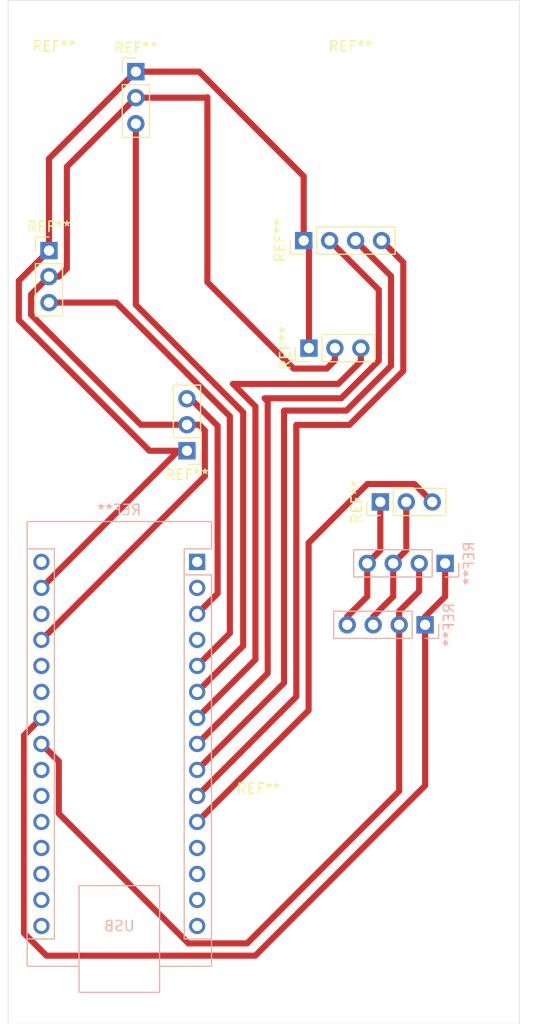
<source format=kicad_pcb>
(kicad_pcb (version 20241229) (generator "pcbnew") (generator_version "9.0")
  (layers (0 "F.Cu" signal) (2 "B.Cu" signal) (13 "F.Paste" user) (15 "B.Paste" user) (5 "F.SilkS" user "F.Silkscreen") (7 "B.SilkS" user "B.Silkscreen") (1 "F.Mask" user) (3 "B.Mask" user) (25 "Edge.Cuts" user))
  (net 0 "")
  (net 1 "GND")
  (net 2 "5V")
  (net 3 "RESET")
  (net 4 "BUTTON")
  (net 5 "MOSFET")
  (net 6 "A4_SDA")
  (net 7 "A5_SCL")
  (net 8 "ARDUINO_VIN")
  (net 9 "D9_Noise")
  (net 10 "R")
  (net 11 "G")
  (net 12 "B")
  (net 13 "Hum")
  (net 14 "Noise")
  (footprint "MountingHole:MountingHole_3mm" (layer "F.Cu") (at 54.5 28.5)
    (property "Reference" "REF**" (at 0 -4 0) (layer "F.SilkS"))
    (property "Value" "Hole3mm")
    (pad "" np_thru_hole circle (at 0 0) (size 3 3) (drill 3) (layers "*.Cu" "*.Mask"))
  )
  (footprint "Connector_PinHeader_2.54mm:PinHeader_1x03_P2.54mm_Vertical" (layer "F.Cu") (at 62.5 26.975)
    (property "Reference" "REF**" (at 0 -2.33 0) (layer "F.SilkS"))
    (property "Value" "MOSFET")
    (fp_line (start -1.33 -1.33) (end 0 -1.33) (stroke (width 0.12)) (layer "F.SilkS"))
    (fp_line (start -1.33 0) (end -1.33 -1.33) (stroke (width 0.12)) (layer "F.SilkS"))
    (fp_line (start -1.33 1.27) (end -1.33 6.41) (stroke (width 0.12)) (layer "F.SilkS"))
    (fp_line (start -1.33 1.27) (end 1.33 1.27) (stroke (width 0.12)) (layer "F.SilkS"))
    (fp_line (start -1.33 6.41) (end 1.33 6.41) (stroke (width 0.12)) (layer "F.SilkS"))
    (fp_line (start 1.33 1.27) (end 1.33 6.41) (stroke (width 0.12)) (layer "F.SilkS"))
    (pad "GND" thru_hole rect (at 0 0) (size 1.7 1.7) (drill 1) (layers "*.Cu" "*.Mask") (net 1 "GND"))
    (pad "S" thru_hole oval (at 0 5.08) (size 1.7 1.7) (drill 1) (layers "*.Cu" "*.Mask") (net 5 "MOSFET"))
    (pad "VCC" thru_hole oval (at 0 2.54) (size 1.7 1.7) (drill 1) (layers "*.Cu" "*.Mask") (net 2 "5V"))
  )
  (footprint "Connector_PinHeader_2.54mm:PinHeader_1x04_P2.54mm_Vertical" (layer "F.Cu") (at 78.92 43.475 90)
    (property "Reference" "REF**" (at 0 -2.33 90) (layer "F.SilkS"))
    (property "Value" "Led")
    (fp_line (start -1.33 -1.33) (end 0 -1.33) (stroke (width 0.12)) (layer "F.SilkS"))
    (fp_line (start -1.33 0) (end -1.33 -1.33) (stroke (width 0.12)) (layer "F.SilkS"))
    (fp_line (start 1.33 1.27) (end 1.33 8.95) (stroke (width 0.12)) (layer "F.SilkS"))
    (fp_line (start -1.33 1.27) (end 1.33 1.27) (stroke (width 0.12)) (layer "F.SilkS"))
    (fp_line (start -1.33 1.27) (end -1.33 8.95) (stroke (width 0.12)) (layer "F.SilkS"))
    (fp_line (start -1.33 8.95) (end 1.33 8.95) (stroke (width 0.12)) (layer "F.SilkS"))
    (pad "B" thru_hole oval (at 0 7.62 90) (size 1.7 1.7) (drill 1) (layers "*.Cu" "*.Mask") (net 12 "B"))
    (pad "G" thru_hole oval (at 0 5.08 90) (size 1.7 1.7) (drill 1) (layers "*.Cu" "*.Mask") (net 11 "G"))
    (pad "GND" thru_hole rect (at 0 0 90) (size 1.7 1.7) (drill 1) (layers "*.Cu" "*.Mask") (net 1 "GND"))
    (pad "R" thru_hole oval (at 0 2.54 90) (size 1.7 1.7) (drill 1) (layers "*.Cu" "*.Mask") (net 10 "R"))
  )
  (footprint "MountingHole:MountingHole_3mm" (layer "F.Cu") (at 74.5 101)
    (property "Reference" "REF**" (at 0 -4 0) (layer "F.SilkS"))
    (property "Value" "Hole3mm")
    (pad "" np_thru_hole circle (at 0 0) (size 3 3) (drill 3) (layers "*.Cu" "*.Mask"))
  )
  (footprint "Connector_PinHeader_2.54mm:PinHeader_1x03_P2.54mm_Vertical" (layer "F.Cu") (at 86.42 69 90)
    (property "Reference" "REF**" (at 0 -2.33 90) (layer "F.SilkS"))
    (property "Value" "Noise")
    (fp_line (start -1.33 -1.33) (end 0 -1.33) (stroke (width 0.12)) (layer "F.SilkS"))
    (fp_line (start -1.33 0) (end -1.33 -1.33) (stroke (width 0.12)) (layer "F.SilkS"))
    (fp_line (start 1.33 1.27) (end 1.33 6.41) (stroke (width 0.12)) (layer "F.SilkS"))
    (fp_line (start -1.33 1.27) (end 1.33 1.27) (stroke (width 0.12)) (layer "F.SilkS"))
    (fp_line (start -1.33 1.27) (end -1.33 6.41) (stroke (width 0.12)) (layer "F.SilkS"))
    (fp_line (start -1.33 6.41) (end 1.33 6.41) (stroke (width 0.12)) (layer "F.SilkS"))
    (pad "GND" thru_hole rect (at 0 0 90) (size 1.7 1.7) (drill 1) (layers "*.Cu" "*.Mask") (net 1 "GND"))
    (pad "S" thru_hole oval (at 0 5.08 90) (size 1.7 1.7) (drill 1) (layers "*.Cu" "*.Mask") (net 14 "Noise"))
    (pad "VCC" thru_hole oval (at 0 2.54 90) (size 1.7 1.7) (drill 1) (layers "*.Cu" "*.Mask") (net 2 "5V"))
  )
  (footprint "Connector_PinHeader_2.54mm:PinHeader_1x03_P2.54mm_Vertical" (layer "F.Cu") (at 54 44.45)
    (property "Reference" "REF**" (at 0 -2.33 0) (layer "F.SilkS"))
    (property "Value" "ButtonPause")
    (fp_line (start -1.33 -1.33) (end 0 -1.33) (stroke (width 0.12)) (layer "F.SilkS"))
    (fp_line (start -1.33 0) (end -1.33 -1.33) (stroke (width 0.12)) (layer "F.SilkS"))
    (fp_line (start -1.33 1.27) (end -1.33 6.41) (stroke (width 0.12)) (layer "F.SilkS"))
    (fp_line (start -1.33 1.27) (end 1.33 1.27) (stroke (width 0.12)) (layer "F.SilkS"))
    (fp_line (start -1.33 6.41) (end 1.33 6.41) (stroke (width 0.12)) (layer "F.SilkS"))
    (fp_line (start 1.33 1.27) (end 1.33 6.41) (stroke (width 0.12)) (layer "F.SilkS"))
    (pad "GND" thru_hole rect (at 0 0) (size 1.7 1.7) (drill 1) (layers "*.Cu" "*.Mask") (net 1 "GND"))
    (pad "S" thru_hole oval (at 0 5.08) (size 1.7 1.7) (drill 1) (layers "*.Cu" "*.Mask") (net 4 "BUTTON"))
    (pad "VCC" thru_hole oval (at 0 2.54) (size 1.7 1.7) (drill 1) (layers "*.Cu" "*.Mask") (net 2 "5V"))
  )
  (footprint "MountingHole:MountingHole_3mm" (layer "F.Cu") (at 83.5 28.5)
    (property "Reference" "REF**" (at 0 -4 0) (layer "F.SilkS"))
    (property "Value" "Hole3mm")
    (pad "" np_thru_hole circle (at 0 0) (size 3 3) (drill 3) (layers "*.Cu" "*.Mask"))
  )
  (footprint "Connector_PinHeader_2.54mm:PinHeader_1x03_P2.54mm_Vertical" (layer "F.Cu") (at 79.435 53.975 90)
    (property "Reference" "REF**" (at 0 -2.33 90) (layer "F.SilkS"))
    (property "Value" "Humidity")
    (fp_line (start -1.33 -1.33) (end 0 -1.33) (stroke (width 0.12)) (layer "F.SilkS"))
    (fp_line (start -1.33 0) (end -1.33 -1.33) (stroke (width 0.12)) (layer "F.SilkS"))
    (fp_line (start 1.33 1.27) (end 1.33 6.41) (stroke (width 0.12)) (layer "F.SilkS"))
    (fp_line (start -1.33 1.27) (end 1.33 1.27) (stroke (width 0.12)) (layer "F.SilkS"))
    (fp_line (start -1.33 1.27) (end -1.33 6.41) (stroke (width 0.12)) (layer "F.SilkS"))
    (fp_line (start -1.33 6.41) (end 1.33 6.41) (stroke (width 0.12)) (layer "F.SilkS"))
    (pad "GND" thru_hole rect (at 0 0 90) (size 1.7 1.7) (drill 1) (layers "*.Cu" "*.Mask") (net 1 "GND"))
    (pad "S" thru_hole oval (at 0 5.08 90) (size 1.7 1.7) (drill 1) (layers "*.Cu" "*.Mask") (net 13 "Hum"))
    (pad "VCC" thru_hole oval (at 0 2.54 90) (size 1.7 1.7) (drill 1) (layers "*.Cu" "*.Mask") (net 2 "5V"))
  )
  (footprint "Connector_PinHeader_2.54mm:PinHeader_1x03_P2.54mm_Vertical" (layer "F.Cu") (at 67.5 64 180)
    (property "Reference" "REF**" (at 0 -2.33 0) (layer "F.SilkS"))
    (property "Value" "ButtonReset")
    (fp_line (start 1.33 1.27) (end 1.33 6.41) (stroke (width 0.12)) (layer "F.SilkS"))
    (fp_line (start -1.33 6.41) (end 1.33 6.41) (stroke (width 0.12)) (layer "F.SilkS"))
    (fp_line (start -1.33 1.27) (end 1.33 1.27) (stroke (width 0.12)) (layer "F.SilkS"))
    (fp_line (start -1.33 1.27) (end -1.33 6.41) (stroke (width 0.12)) (layer "F.SilkS"))
    (fp_line (start -1.33 0) (end -1.33 -1.33) (stroke (width 0.12)) (layer "F.SilkS"))
    (fp_line (start -1.33 -1.33) (end 0 -1.33) (stroke (width 0.12)) (layer "F.SilkS"))
    (pad "GND" thru_hole rect (at 0 0 180) (size 1.7 1.7) (drill 1) (layers "*.Cu" "*.Mask") (net 1 "GND"))
    (pad "S" thru_hole oval (at 0 5.08 180) (size 1.7 1.7) (drill 1) (layers "*.Cu" "*.Mask") (net 3 "RESET"))
    (pad "VCC" thru_hole oval (at 0 2.54 180) (size 1.7 1.7) (drill 1) (layers "*.Cu" "*.Mask") (net 2 "5V"))
  )
  (footprint "Module:Arduino_Nano" (layer "B.Cu") (at 68.5 74.855 180)
    (property "Reference" "REF**" (at 7.62 5.08 0) (layer "B.SilkS") (effects (justify mirror)))
    (property "Value" "Arduino_Nano")
    (fp_line (start 16.64 3.94) (end 16.64 -39.5) (stroke (width 0.12)) (layer "B.SilkS"))
    (fp_line (start 16.64 1.27) (end 13.97 1.27) (stroke (width 0.12)) (layer "B.SilkS"))
    (fp_line (start 16.64 -36.83) (end 13.97 -36.83) (stroke (width 0.12)) (layer "B.SilkS"))
    (fp_line (start 13.97 -36.83) (end 13.97 1.27) (stroke (width 0.12)) (layer "B.SilkS"))
    (fp_line (start 11.56 -31.62) (end 3.68 -31.62) (stroke (width 0.12)) (layer "B.SilkS"))
    (fp_line (start 11.56 -39.5) (end 16.64 -39.5) (stroke (width 0.12)) (layer "B.SilkS"))
    (fp_line (start 11.56 -42.04) (end 11.56 -31.62) (stroke (width 0.12)) (layer "B.SilkS"))
    (fp_line (start 3.68 -31.62) (end 3.68 -42.04) (stroke (width 0.12)) (layer "B.SilkS"))
    (fp_line (start 3.68 -39.5) (end -1.4 -39.5) (stroke (width 0.12)) (layer "B.SilkS"))
    (fp_line (start 3.68 -42.04) (end 11.56 -42.04) (stroke (width 0.12)) (layer "B.SilkS"))
    (fp_line (start 1.27 1.27) (end 1.27 -1.27) (stroke (width 0.12)) (layer "B.SilkS"))
    (fp_line (start 1.27 -36.83) (end 1.27 -1.27) (stroke (width 0.12)) (layer "B.SilkS"))
    (fp_line (start -1.4 3.94) (end 16.64 3.94) (stroke (width 0.12)) (layer "B.SilkS"))
    (fp_line (start -1.4 1.27) (end 1.27 1.27) (stroke (width 0.12)) (layer "B.SilkS"))
    (fp_line (start -1.4 1.27) (end -1.4 3.94) (stroke (width 0.12)) (layer "B.SilkS"))
    (fp_line (start -1.4 -1.27) (end 1.27 -1.27) (stroke (width 0.12)) (layer "B.SilkS"))
    (fp_line (start -1.4 -36.83) (end 1.27 -36.83) (stroke (width 0.12)) (layer "B.SilkS"))
    (fp_line (start -1.4 -39.5) (end -1.4 -1.27) (stroke (width 0.12)) (layer "B.SilkS"))
    (fp_text user "USB" (at 7.62 -35.56 0) (layer "B.SilkS") (effects (justify mirror)))
    (pad "1" thru_hole rect (at 0 0 180) (size 1.6 1.6) (drill 1) (layers "*.Cu" "*.Mask"))
    (pad "2" thru_hole oval (at 0 -2.54 180) (size 1.6 1.6) (drill 1) (layers "*.Cu" "*.Mask"))
    (pad "5V" thru_hole oval (at 15.24 -7.62 180) (size 1.6 1.6) (drill 1) (layers "*.Cu" "*.Mask") (net 2 "5V"))
    (pad "15" thru_hole oval (at 0 -35.56 180) (size 1.6 1.6) (drill 1) (layers "*.Cu" "*.Mask"))
    (pad "16" thru_hole oval (at 15.24 -35.56 180) (size 1.6 1.6) (drill 1) (layers "*.Cu" "*.Mask"))
    (pad "17" thru_hole oval (at 15.24 -33.02 180) (size 1.6 1.6) (drill 1) (layers "*.Cu" "*.Mask"))
    (pad "18" thru_hole oval (at 15.24 -30.48 180) (size 1.6 1.6) (drill 1) (layers "*.Cu" "*.Mask"))
    (pad "A0" thru_hole oval (at 15.24 -27.94 180) (size 1.6 1.6) (drill 1) (layers "*.Cu" "*.Mask"))
    (pad "A1" thru_hole oval (at 15.24 -25.4 180) (size 1.6 1.6) (drill 1) (layers "*.Cu" "*.Mask"))
    (pad "A2" thru_hole oval (at 15.24 -22.86 180) (size 1.6 1.6) (drill 1) (layers "*.Cu" "*.Mask"))
    (pad "A3" thru_hole oval (at 15.24 -20.32 180) (size 1.6 1.6) (drill 1) (layers "*.Cu" "*.Mask"))
    (pad "A4" thru_hole oval (at 15.24 -17.78 180) (size 1.6 1.6) (drill 1) (layers "*.Cu" "*.Mask") (net 6 "A4_SDA"))
    (pad "A5" thru_hole oval (at 15.24 -15.24 180) (size 1.6 1.6) (drill 1) (layers "*.Cu" "*.Mask") (net 7 "A5_SCL"))
    (pad "A6" thru_hole oval (at 15.24 -12.7 180) (size 1.6 1.6) (drill 1) (layers "*.Cu" "*.Mask"))
    (pad "A7" thru_hole oval (at 15.24 -10.16 180) (size 1.6 1.6) (drill 1) (layers "*.Cu" "*.Mask"))
    (pad "D2" thru_hole oval (at 0 -10.16 180) (size 1.6 1.6) (drill 1) (layers "*.Cu" "*.Mask") (net 4 "BUTTON"))
    (pad "D3" thru_hole oval (at 0 -12.7 180) (size 1.6 1.6) (drill 1) (layers "*.Cu" "*.Mask") (net 5 "MOSFET"))
    (pad "D4" thru_hole oval (at 0 -15.24 180) (size 1.6 1.6) (drill 1) (layers "*.Cu" "*.Mask") (net 13 "Hum"))
    (pad "D5" thru_hole oval (at 0 -17.78 180) (size 1.6 1.6) (drill 1) (layers "*.Cu" "*.Mask") (net 10 "R"))
    (pad "D6" thru_hole oval (at 0 -20.32 180) (size 1.6 1.6) (drill 1) (layers "*.Cu" "*.Mask") (net 11 "G"))
    (pad "D7" thru_hole oval (at 0 -22.86 180) (size 1.6 1.6) (drill 1) (layers "*.Cu" "*.Mask") (net 12 "B"))
    (pad "D8" thru_hole oval (at 0 -25.4 180) (size 1.6 1.6) (drill 1) (layers "*.Cu" "*.Mask") (net 14 "Noise"))
    (pad "D9" thru_hole oval (at 0 -27.94 180) (size 1.6 1.6) (drill 1) (layers "*.Cu" "*.Mask") (net 9 "D9_Noise"))
    (pad "D10" thru_hole oval (at 0 -30.48 180) (size 1.6 1.6) (drill 1) (layers "*.Cu" "*.Mask"))
    (pad "D11" thru_hole oval (at 0 -33.02 180) (size 1.6 1.6) (drill 1) (layers "*.Cu" "*.Mask"))
    (pad "GND" thru_hole oval (at 0 -7.62 180) (size 1.6 1.6) (drill 1) (layers "*.Cu" "*.Mask") (net 1 "GND"))
    (pad "GND" thru_hole oval (at 15.24 -2.54 180) (size 1.6 1.6) (drill 1) (layers "*.Cu" "*.Mask") (net 1 "GND"))
    (pad "RST" thru_hole oval (at 0 -5.08 180) (size 1.6 1.6) (drill 1) (layers "*.Cu" "*.Mask") (net 3 "RESET"))
    (pad "RST" thru_hole oval (at 15.24 -5.08 180) (size 1.6 1.6) (drill 1) (layers "*.Cu" "*.Mask"))
    (pad "VIN" thru_hole oval (at 15.24 0 180) (size 1.6 1.6) (drill 1) (layers "*.Cu" "*.Mask") (net 8 "ARDUINO_VIN"))
  )
  (footprint "Connector_PinHeader_2.54mm:PinHeader_1x04_P2.54mm_Vertical" (layer "B.Cu") (at 90.8 81 90)
    (property "Reference" "REF**" (at 0 2.33 90) (layer "B.SilkS") (effects (justify mirror)))
    (property "Value" "RTC")
    (fp_line (start 1.33 -8.95) (end -1.33 -8.95) (stroke (width 0.12)) (layer "B.SilkS"))
    (fp_line (start 1.33 -8.95) (end 1.33 -1.27) (stroke (width 0.12)) (layer "B.SilkS"))
    (fp_line (start -1.33 -8.95) (end -1.33 -1.27) (stroke (width 0.12)) (layer "B.SilkS"))
    (fp_line (start 1.33 -1.27) (end -1.33 -1.27) (stroke (width 0.12)) (layer "B.SilkS"))
    (fp_line (start 0 1.33) (end -1.33 1.33) (stroke (width 0.12)) (layer "B.SilkS"))
    (fp_line (start -1.33 1.33) (end -1.33 0) (stroke (width 0.12)) (layer "B.SilkS"))
    (pad "GND" thru_hole oval (at 0 -7.62 90) (size 1.7 1.7) (drill 1) (layers "*.Cu" "*.Mask") (net 1 "GND"))
    (pad "SCL" thru_hole rect (at 0 0 90) (size 1.7 1.7) (drill 1) (layers "*.Cu" "*.Mask") (net 7 "A5_SCL"))
    (pad "SDA" thru_hole oval (at 0 -2.54 90) (size 1.7 1.7) (drill 1) (layers "*.Cu" "*.Mask") (net 6 "A4_SDA"))
    (pad "VCC" thru_hole oval (at 0 -5.08 90) (size 1.7 1.7) (drill 1) (layers "*.Cu" "*.Mask") (net 2 "5V"))
  )
  (footprint "Connector_PinHeader_2.54mm:PinHeader_1x04_P2.54mm_Vertical" (layer "B.Cu") (at 92.76 75 90)
    (property "Reference" "REF**" (at 0 2.33 90) (layer "B.SilkS") (effects (justify mirror)))
    (property "Value" "Display")
    (fp_line (start 1.33 -8.95) (end -1.33 -8.95) (stroke (width 0.12)) (layer "B.SilkS"))
    (fp_line (start 1.33 -8.95) (end 1.33 -1.27) (stroke (width 0.12)) (layer "B.SilkS"))
    (fp_line (start -1.33 -8.95) (end -1.33 -1.27) (stroke (width 0.12)) (layer "B.SilkS"))
    (fp_line (start 1.33 -1.27) (end -1.33 -1.27) (stroke (width 0.12)) (layer "B.SilkS"))
    (fp_line (start 0 1.33) (end -1.33 1.33) (stroke (width 0.12)) (layer "B.SilkS"))
    (fp_line (start -1.33 1.33) (end -1.33 0) (stroke (width 0.12)) (layer "B.SilkS"))
    (pad "GND" thru_hole oval (at 0 -7.62 90) (size 1.7 1.7) (drill 1) (layers "*.Cu" "*.Mask") (net 1 "GND"))
    (pad "SCL" thru_hole rect (at 0 0 90) (size 1.7 1.7) (drill 1) (layers "*.Cu" "*.Mask") (net 7 "A5_SCL"))
    (pad "SDA" thru_hole oval (at 0 -2.54 90) (size 1.7 1.7) (drill 1) (layers "*.Cu" "*.Mask") (net 6 "A4_SDA"))
    (pad "VCC" thru_hole oval (at 0 -5.08 90) (size 1.7 1.7) (drill 1) (layers "*.Cu" "*.Mask") (net 2 "5V"))
  )
  (gr_rect (start 50 20) (end 100 120) (stroke (width 0.05)) (fill no) (layer "Edge.Cuts"))
  (segment (start 79.435 43.99) (end 79.435 53.975) (width 0.6) (layer "F.Cu") (net 1))
  (segment (start 51.05 47.4) (end 51.05 51.222056) (width 0.6) (layer "F.Cu") (net 1))
  (segment (start 85.14 78.24) (end 83.18 80.2) (width 0.6) (layer "F.Cu") (net 1))
  (segment (start 78.92 37.197944) (end 68.697056 26.975) (width 0.6) (layer "F.Cu") (net 1))
  (segment (start 79.5 53.91) (end 79.435 53.975) (width 0.6) (layer "F.Cu") (net 1))
  (segment (start 67.5 64) (end 66.655 64) (width 0.6) (layer "F.Cu") (net 1))
  (segment (start 54 44.45) (end 51.05 47.4) (width 0.6) (layer "F.Cu") (net 1))
  (segment (start 79.435 53.975) (end 79.435 54.45) (width 0.2) (layer "F.Cu") (net 1))
  (segment (start 79.435 54.45) (end 79.38 54.505) (width 0.2) (layer "F.Cu") (net 1))
  (segment (start 86.42 73.72) (end 85.14 75) (width 0.6) (layer "F.Cu") (net 1))
  (segment (start 78.92 43.475) (end 79.435 43.99) (width 0.6) (layer "F.Cu") (net 1))
  (segment (start 78.92 43.475) (end 78.92 37.197944) (width 0.6) (layer "F.Cu") (net 1))
  (segment (start 63.827944 64) (end 67.5 64) (width 0.6) (layer "F.Cu") (net 1))
  (segment (start 85.14 75) (end 85.14 78.24) (width 0.6) (layer "F.Cu") (net 1))
  (segment (start 54 35.475) (end 62.5 26.975) (width 0.6) (layer "F.Cu") (net 1))
  (segment (start 62.5 26.975) (end 62.5 27.055) (width 0.2) (layer "F.Cu") (net 1))
  (segment (start 86.42 69) (end 86.42 73.72) (width 0.6) (layer "F.Cu") (net 1))
  (segment (start 54 44.45) (end 54 35.475) (width 0.6) (layer "F.Cu") (net 1))
  (segment (start 78.92 43.475) (end 79.5 44.055) (width 0.6) (layer "F.Cu") (net 1))
  (segment (start 66.655 64) (end 53.26 77.395) (width 0.6) (layer "F.Cu") (net 1))
  (segment (start 68.697056 26.975) (end 62.5 26.975) (width 0.6) (layer "F.Cu") (net 1))
  (segment (start 83.18 80.2) (end 83.18 81) (width 0.6) (layer "F.Cu") (net 1))
  (segment (start 51.05 51.222056) (end 63.827944 64) (width 0.6) (layer "F.Cu") (net 1))
  (segment (start 54 46.99) (end 52.25 48.74) (width 0.6) (layer "F.Cu") (net 2))
  (segment (start 85.72 80.2) (end 85.72 81) (width 0.6) (layer "F.Cu") (net 2))
  (segment (start 69.5 47.54) (end 69.5 29.475) (width 0.6) (layer "F.Cu") (net 2))
  (segment (start 54.96 46.99) (end 54 46.99) (width 0.6) (layer "F.Cu") (net 2))
  (segment (start 69.25 66.485) (end 53.26 82.475) (width 0.6) (layer "F.Cu") (net 2))
  (segment (start 62.5 29.515) (end 55.75 36.265) (width 0.6) (layer "F.Cu") (net 2))
  (segment (start 69.46 29.515) (end 62.5 29.515) (width 0.6) (layer "F.Cu") (net 2))
  (segment (start 55.75 36.265) (end 55.75 46.2) (width 0.6) (layer "F.Cu") (net 2))
  (segment (start 52.25 48.74) (end 52.25 50.725) (width 0.6) (layer "F.Cu") (net 2))
  (segment (start 67.5 61.46) (end 68.702081 61.46) (width 0.6) (layer "F.Cu") (net 2))
  (segment (start 81.975 55.177081) (end 81.177081 55.975) (width 0.6) (layer "F.Cu") (net 2))
  (segment (start 52.25 50.725) (end 62.985 61.46) (width 0.6) (layer "F.Cu") (net 2))
  (segment (start 55.75 46.2) (end 54.96 46.99) (width 0.6) (layer "F.Cu") (net 2))
  (segment (start 62.985 61.46) (end 67.5 61.46) (width 0.6) (layer "F.Cu") (net 2))
  (segment (start 81.975 53.975) (end 81.975 55.177081) (width 0.6) (layer "F.Cu") (net 2))
  (segment (start 68.702081 61.46) (end 69.25 62.007919) (width 0.6) (layer "F.Cu") (net 2))
  (segment (start 81.177081 55.975) (end 77.935 55.975) (width 0.6) (layer "F.Cu") (net 2))
  (segment (start 88.96 69) (end 88.96 73.72) (width 0.6) (layer "F.Cu") (net 2))
  (segment (start 88.96 73.72) (end 87.68 75) (width 0.6) (layer "F.Cu") (net 2))
  (segment (start 69.25 62.007919) (end 69.25 66.485) (width 0.6) (layer "F.Cu") (net 2))
  (segment (start 69.5 29.475) (end 69.46 29.515) (width 0.6) (layer "F.Cu") (net 2))
  (segment (start 77.935 55.975) (end 69.5 47.54) (width 0.6) (layer "F.Cu") (net 2))
  (segment (start 87.68 75) (end 87.68 78.24) (width 0.6) (layer "F.Cu") (net 2))
  (segment (start 87.68 78.24) (end 85.72 80.2) (width 0.6) (layer "F.Cu") (net 2))
  (segment (start 67.5 58.92) (end 67.5 58.985126) (width 0.6) (layer "F.Cu") (net 3))
  (segment (start 67.924263 58.985126) (end 70.5 61.560863) (width 0.6) (layer "F.Cu") (net 3))
  (segment (start 70.5 77.935) (end 68.5 79.935) (width 0.6) (layer "F.Cu") (net 3))
  (segment (start 67.5 58.985126) (end 67.924263 58.985126) (width 0.6) (layer "F.Cu") (net 3))
  (segment (start 70.5 61.560863) (end 70.5 77.935) (width 0.6) (layer "F.Cu") (net 3))
  (segment (start 71.7 60.645126) (end 71.7 81.815) (width 0.6) (layer "F.Cu") (net 4))
  (segment (start 71.7 81.815) (end 68.5 85.015) (width 0.6) (layer "F.Cu") (net 4))
  (segment (start 54 49.53) (end 60.584874 49.53) (width 0.6) (layer "F.Cu") (net 4))
  (segment (start 60.584874 49.53) (end 71.7 60.645126) (width 0.6) (layer "F.Cu") (net 4))
  (segment (start 62.5 32.055) (end 62.5 49.74807) (width 0.6) (layer "F.Cu") (net 5))
  (segment (start 62.5 49.74807) (end 73 60.24807) (width 0.6) (layer "F.Cu") (net 5))
  (segment (start 73 83.055) (end 68.5 87.555) (width 0.6) (layer "F.Cu") (net 5))
  (segment (start 73 60.24807) (end 73 83.055) (width 0.6) (layer "F.Cu") (net 5))
  (segment (start 73.385 112.115) (end 67.64 112.115) (width 0.6) (layer "F.Cu") (net 6))
  (segment (start 90.22 77.72) (end 88.26 79.68) (width 0.6) (layer "F.Cu") (net 6))
  (segment (start 88.26 97.24) (end 73.385 112.115) (width 0.6) (layer "F.Cu") (net 6))
  (segment (start 54.96 99.435) (end 54.96 94.335) (width 0.6) (layer "F.Cu") (net 6))
  (segment (start 67.64 112.115) (end 54.96 99.435) (width 0.6) (layer "F.Cu") (net 6))
  (segment (start 54.96 94.335) (end 53.26 92.635) (width 0.6) (layer "F.Cu") (net 6))
  (segment (start 88.26 81) (end 88.26 97.24) (width 0.6) (layer "F.Cu") (net 6))
  (segment (start 88.26 79.68) (end 88.26 81) (width 0.6) (layer "F.Cu") (net 6))
  (segment (start 90.22 75) (end 90.22 77.72) (width 0.6) (layer "F.Cu") (net 6))
  (segment (start 51.56 111.119164) (end 51.56 91.795) (width 0.6) (layer "F.Cu") (net 7))
  (segment (start 92.76 75) (end 92.76 78.24) (width 0.6) (layer "F.Cu") (net 7))
  (segment (start 92.76 78.24) (end 90.8 80.2) (width 0.6) (layer "F.Cu") (net 7))
  (segment (start 53.755836 113.315) (end 51.56 111.119164) (width 0.6) (layer "F.Cu") (net 7))
  (segment (start 90.8 80.2) (end 90.8 81) (width 0.6) (layer "F.Cu") (net 7))
  (segment (start 74.185 113.315) (end 53.755836 113.315) (width 0.6) (layer "F.Cu") (net 7))
  (segment (start 51.56 91.795) (end 53.26 90.095) (width 0.6) (layer "F.Cu") (net 7))
  (segment (start 90.8 96.7) (end 74.185 113.315) (width 0.6) (layer "F.Cu") (net 7))
  (segment (start 90.8 81) (end 90.8 96.7) (width 0.6) (layer "F.Cu") (net 7))
  (segment (start 86.265 55.21) (end 82.598528 58.876472) (width 0.6) (layer "F.Cu") (net 10))
  (segment (start 81.46 43.475) (end 86.265 48.28) (width 0.6) (layer "F.Cu") (net 10))
  (segment (start 75.4 59.177944) (end 75.4 85.735) (width 0.6) (layer "F.Cu") (net 10))
  (segment (start 75.4 85.735) (end 68.5 92.635) (width 0.6) (layer "F.Cu") (net 10))
  (segment (start 75.098528 58.876472) (end 75.4 59.177944) (width 0.6) (layer "F.Cu") (net 10))
  (segment (start 86.265 48.28) (end 86.265 55.21) (width 0.6) (layer "F.Cu") (net 10))
  (segment (start 82.598528 58.876472) (end 75.098528 58.876472) (width 0.6) (layer "F.Cu") (net 10))
  (segment (start 83.095584 60.076472) (end 77 60.076472) (width 0.6) (layer "F.Cu") (net 11))
  (segment (start 77 60.076472) (end 77 86.675) (width 0.6) (layer "F.Cu") (net 11))
  (segment (start 84 43.475) (end 87.465 46.94) (width 0.6) (layer "F.Cu") (net 11))
  (segment (start 87.465 46.94) (end 87.465 55.707056) (width 0.6) (layer "F.Cu") (net 11))
  (segment (start 87.465 55.707056) (end 83.095584 60.076472) (width 0.6) (layer "F.Cu") (net 11))
  (segment (start 77 86.675) (end 68.5 95.175) (width 0.6) (layer "F.Cu") (net 11))
  (segment (start 83.394112 61.475) (end 78.2 61.475) (width 0.6) (layer "F.Cu") (net 12))
  (segment (start 88.665 45.6) (end 88.665 56.204112) (width 0.6) (layer "F.Cu") (net 12))
  (segment (start 88.665 56.204112) (end 83.394112 61.475) (width 0.6) (layer "F.Cu") (net 12))
  (segment (start 78.2 61.475) (end 78.2 88.015) (width 0.6) (layer "F.Cu") (net 12))
  (segment (start 78.2 88.015) (end 68.5 97.715) (width 0.6) (layer "F.Cu") (net 12))
  (segment (start 86.54 43.475) (end 88.665 45.6) (width 0.6) (layer "F.Cu") (net 12))
  (segment (start 84.515 55.262944) (end 82.302944 57.475) (width 0.6) (layer "F.Cu") (net 13))
  (segment (start 74.2 84.395) (end 68.5 90.095) (width 0.6) (layer "F.Cu") (net 13))
  (segment (start 72 57.475) (end 74.2 59.675) (width 0.6) (layer "F.Cu") (net 13))
  (segment (start 82.302944 57.475) (end 72 57.475) (width 0.6) (layer "F.Cu") (net 13))
  (segment (start 74.2 59.675) (end 74.2 84.395) (width 0.6) (layer "F.Cu") (net 13))
  (segment (start 84.515 53.975) (end 84.515 55.262944) (width 0.6) (layer "F.Cu") (net 13))
  (segment (start 89.75 67.25) (end 85.15 67.25) (width 0.6) (layer "F.Cu") (net 14))
  (segment (start 79.4 73) (end 79.4 89.355) (width 0.6) (layer "F.Cu") (net 14))
  (segment (start 91.5 69) (end 89.75 67.25) (width 0.6) (layer "F.Cu") (net 14))
  (segment (start 79.4 89.355) (end 68.5 100.255) (width 0.6) (layer "F.Cu") (net 14))
  (segment (start 85.15 67.25) (end 79.4 73) (width 0.6) (layer "F.Cu") (net 14))
)
</source>
